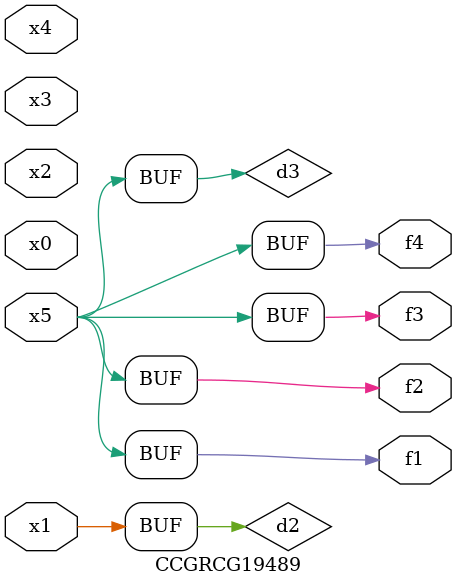
<source format=v>
module CCGRCG19489(
	input x0, x1, x2, x3, x4, x5,
	output f1, f2, f3, f4
);

	wire d1, d2, d3;

	not (d1, x5);
	or (d2, x1);
	xnor (d3, d1);
	assign f1 = d3;
	assign f2 = d3;
	assign f3 = d3;
	assign f4 = d3;
endmodule

</source>
